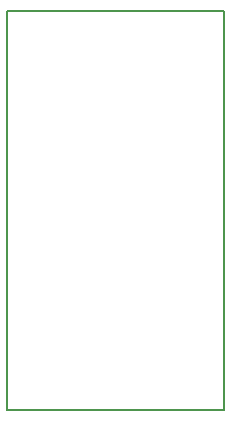
<source format=gm1>
G04 MADE WITH FRITZING*
G04 WWW.FRITZING.ORG*
G04 DOUBLE SIDED*
G04 HOLES PLATED*
G04 CONTOUR ON CENTER OF CONTOUR VECTOR*
%ASAXBY*%
%FSLAX23Y23*%
%MOIN*%
%OFA0B0*%
%SFA1.0B1.0*%
%ADD10R,0.731224X1.338030*%
%ADD11C,0.008000*%
%ADD10C,0.008*%
%LNCONTOUR*%
G90*
G70*
G54D10*
G54D11*
X4Y1334D02*
X727Y1334D01*
X727Y4D01*
X4Y4D01*
X4Y1334D01*
D02*
G04 End of contour*
M02*
</source>
